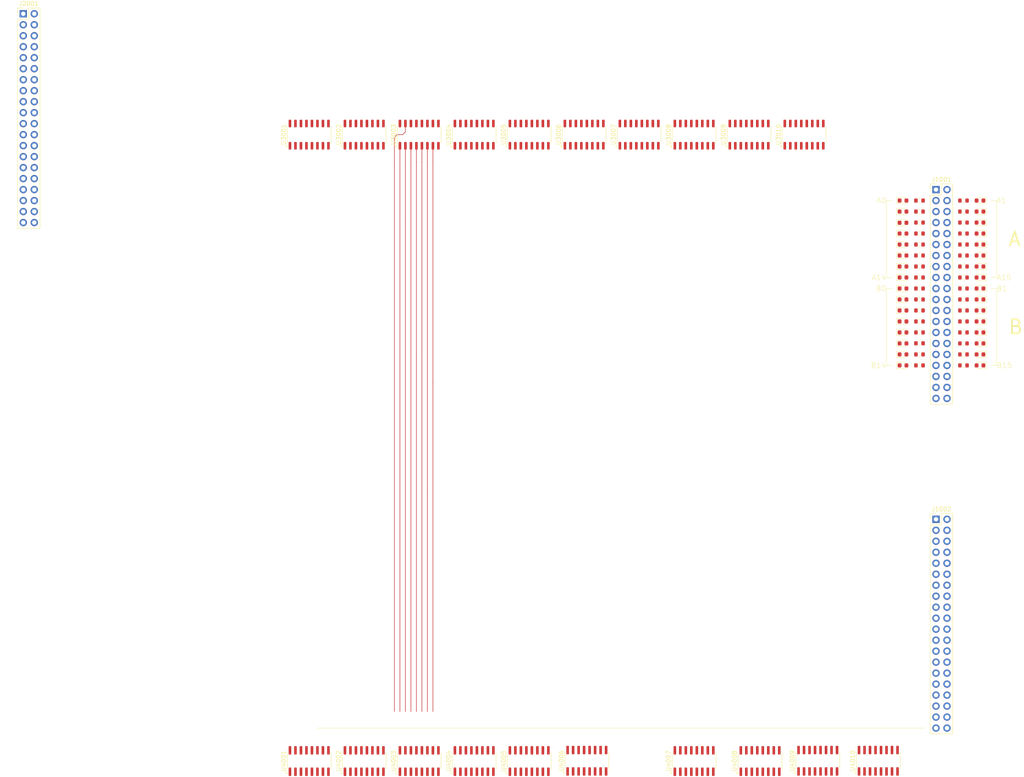
<source format=kicad_pcb>
(kicad_pcb (version 20240108) (generator "pcbnew") (generator_version "8.0")
  (layers (0 "F.Cu" signal) (31 "B.Cu" signal) (34 "B.Paste" user) (35 "F.Paste" user) (36 "B.SilkS" user "B.Silkscreen") (37 "F.SilkS" user "F.Silkscreen") (38 "B.Mask" user) (39 "F.Mask" user) (44 "Edge.Cuts" user))
  (net 0 "")
  (net 1 "Net-(D1001-A)")
  (net 2 "GND")
  (net 3 "Net-(D1002-A)")
  (net 4 "Net-(D1003-A)")
  (net 5 "Net-(D1004-A)")
  (net 6 "Net-(D1005-A)")
  (net 7 "Net-(D1006-A)")
  (net 8 "Net-(D1007-A)")
  (net 9 "Net-(D1008-A)")
  (net 10 "Net-(D1009-A)")
  (net 11 "Net-(D1010-A)")
  (net 12 "Net-(D1011-A)")
  (net 13 "Net-(D1012-A)")
  (net 14 "Net-(D1013-A)")
  (net 15 "Net-(D1014-A)")
  (net 16 "Net-(D1015-A)")
  (net 17 "Net-(D1016-A)")
  (net 18 "/A1")
  (net 19 "/A9")
  (net 20 "/A10")
  (net 21 "/A12")
  (net 22 "/A13")
  (net 24 "/A14")
  (net 25 "/A11")
  (net 27 "/A3")
  (net 29 "+5V")
  (net 30 "/A0")
  (net 31 "/A2")
  (net 32 "/A4")
  (net 34 "/A7")
  (net 35 "/A8")
  (net 36 "/A5")
  (net 38 "/A6")
  (net 40 "/A15")
  (net 56 "+3.3V")
  (net 76 "Net-(D1017-A)")
  (net 77 "Net-(D1018-A)")
  (net 78 "Net-(D1019-A)")
  (net 79 "Net-(D1020-A)")
  (net 80 "Net-(D1021-A)")
  (net 81 "Net-(D1022-A)")
  (net 82 "Net-(D1023-A)")
  (net 83 "Net-(D1024-A)")
  (net 84 "Net-(D1025-A)")
  (net 85 "Net-(D1026-A)")
  (net 86 "Net-(D1027-A)")
  (net 87 "Net-(D1028-A)")
  (net 88 "Net-(D1029-A)")
  (net 89 "Net-(D1030-A)")
  (net 90 "Net-(D1031-A)")
  (net 91 "Net-(D1032-A)")
  (net 92 "/B11")
  (net 93 "/B2")
  (net 94 "/B13")
  (net 95 "/B5")
  (net 96 "/B8")
  (net 97 "/B10")
  (net 98 "/B4")
  (net 99 "/B0")
  (net 100 "/B14")
  (net 101 "/B7")
  (net 102 "/B9")
  (net 103 "/B1")
  (net 104 "/B6")
  (net 105 "/B3")
  (net 106 "/B15")
  (net 107 "/B12")
  (net 122 "Net-(U3001-QH')")
  (net 141 "Net-(U3003-QH')")
  (net 142 "Net-(U3004-QH')")
  (net 147 "Net-(U3005-QH')")
  (net 157 "Net-(U3007-QH')")
  (net 161 "Net-(U3008-QH')")
  (net 170 "Net-(U3009-QH')")
  (net 177 "/C15")
  (net 178 "/I8")
  (net 179 "/I4")
  (net 180 "/C10")
  (net 181 "/C4")
  (net 182 "/I15")
  (net 183 "/I3")
  (net 184 "/I9")
  (net 185 "/C0")
  (net 186 "/I11")
  (net 187 "/I14")
  (net 188 "/I6")
  (net 189 "/C5")
  (net 190 "/C13")
  (net 191 "/I2")
  (net 192 "/I1")
  (net 193 "/I7")
  (net 194 "/C12")
  (net 195 "/C3")
  (net 196 "/I12")
  (net 197 "/C9")
  (net 198 "/I5")
  (net 199 "/C11")
  (net 200 "/I0")
  (net 201 "/C14")
  (net 202 "/C1")
  (net 203 "/C8")
  (net 204 "/C6")
  (net 205 "/I13")
  (net 206 "/I10")
  (net 207 "/C2")
  (net 208 "/C7")
  (net 209 "/Outputs/Cont0")
  (net 210 "/Outputs/~{A_{enable}}")
  (net 211 "/Outputs/~{B_{enable}}")
  (net 212 "/Outputs/Cont1")
  (net 213 "/Outputs/~{C_{enable}}")
  (net 215 "/Inputs/IN_{DATA}")
  (net 216 "/Inputs/~{IN_{SELECT}}")
  (net 222 "/Inputs/~{IN_{LOAD}}")
  (net 223 "/Inputs/IN_{CLK}")
  (net 226 "Net-(U4001-DS)")
  (net 228 "Net-(U4002-DS)")
  (net 231 "Net-(U4003-DS)")
  (net 232 "Net-(U4004-DS)")
  (net 243 "Net-(U4005-DS)")
  (net 253 "Net-(U4006-DS)")
  (net 254 "/Inputs/In_{18}")
  (net 256 "/Inputs/In_{16}")
  (net 257 "/Inputs/In_{17}")
  (net 258 "/Inputs/In_{23}")
  (net 259 "Net-(U4007-DS)")
  (net 260 "/Inputs/In_{21}")
  (net 261 "/Inputs/In_{22}")
  (net 262 "/Inputs/In_{19}")
  (net 263 "/Inputs/In_{20}")
  (net 265 "/Inputs/In_{8}")
  (net 266 "/Inputs/In_{12}")
  (net 267 "/Inputs/In_{13}")
  (net 268 "Net-(U4008-DS)")
  (net 269 "/Inputs/In_{10}")
  (net 270 "/Inputs/In_{11}")
  (net 271 "/Inputs/In_{9}")
  (net 272 "/Inputs/In_{14}")
  (net 273 "/Inputs/In_{15}")
  (net 274 "/Inputs/In_{4}")
  (net 275 "/Inputs/In_{3}")
  (net 276 "/Inputs/In_{1}")
  (net 277 "/Inputs/In_{0}")
  (net 279 "Net-(U4009-DS)")
  (net 280 "/Inputs/In_{2}")
  (net 281 "/Inputs/In_{5}")
  (net 282 "/Inputs/In_{6}")
  (net 283 "/Inputs/In_{7}")
  (footprint "Resistor_SMD:R_0603_1608Metric" (layer "F.Cu") (at 300.99 104.14 180)
    (property "Reference" "R1001" (hide yes))
    (property "Value" "4.7k")
  )
  (footprint "LED_SMD:LED_0603_1608Metric" (layer "F.Cu") (at 314.96 104.14 180)
    (property "Reference" "D1002" (hide yes))
    (property "Value" "White")
  )
  (footprint "LED_SMD:LED_0603_1608Metric" (layer "F.Cu") (at 314.96 116.84 180)
    (property "Reference" "D1012" (hide yes))
    (property "Value" "White")
  )
  (footprint "LED_SMD:LED_0603_1608Metric" (layer "F.Cu") (at 297.18 119.38)
    (property "Reference" "D1013" (hide yes))
    (property "Value" "White")
  )
  (footprint "Resistor_SMD:R_0603_1608Metric" (layer "F.Cu") (at 300.99 119.38 180)
    (property "Reference" "R1013" (hide yes))
    (property "Value" "4.7k")
  )
  (footprint "LED_SMD:LED_0603_1608Metric" (layer "F.Cu") (at 297.18 139.7)
    (property "Reference" "D1029" (hide yes))
    (property "Value" "White")
  )
  (footprint "LED_SMD:LED_0603_1608Metric" (layer "F.Cu") (at 297.18 129.54)
    (property "Reference" "D1021" (hide yes))
    (property "Value" "White")
  )
  (footprint "Package_SO:SOIC-16_3.9x9.9mm_P1.27mm" (layer "F.Cu") (at 224.155 233.615 90)
    (property "Reference" "U4006")
    (property "Value" "74HC165")
  )
  (footprint "Connector_PinHeader_2.54mm:PinHeader_2x20_P2.54mm_Vertical" (layer "F.Cu") (at 304.8 101.6)
    (property "Reference" "J1001")
    (property "Value" "Conn_02x20_Odd_Even")
  )
  (footprint "Package_SO:SOIC-16_3.9x9.9mm_P1.27mm" (layer "F.Cu") (at 210.82 233.68 90)
    (property "Reference" "U4005")
    (property "Value" "74HC165")
  )
  (footprint "Resistor_SMD:R_0603_1608Metric" (layer "F.Cu") (at 300.99 121.92 180)
    (property "Reference" "R1015" (hide yes))
    (property "Value" "4.7k")
  )
  (footprint "Package_SO:SOIC-16_3.9x9.9mm_P1.27mm" (layer "F.Cu") (at 198.12 233.68 90)
    (property "Reference" "U4004")
    (property "Value" "74HC165")
  )
  (footprint "Resistor_SMD:R_0603_1608Metric" (layer "F.Cu") (at 311.15 142.24)
    (property "Reference" "R1032" (hide yes))
    (property "Value" "4.7k")
  )
  (footprint "Resistor_SMD:R_0603_1608Metric" (layer "F.Cu") (at 311.15 106.68)
    (property "Reference" "R1004" (hide yes))
    (property "Value" "4.7k")
  )
  (footprint "Resistor_SMD:R_0603_1608Metric" (layer "F.Cu") (at 311.15 124.46)
    (property "Reference" "R1018" (hide yes))
    (property "Value" "4.7k")
  )
  (footprint "Package_SO:SOIC-16_3.9x9.9mm_P1.27mm" (layer "F.Cu") (at 172.72 233.68 90)
    (property "Reference" "U4002")
    (property "Value" "74HC165")
  )
  (footprint "LED_SMD:LED_0603_1608Metric" (layer "F.Cu") (at 314.96 137.16 180)
    (property "Reference" "D1028" (hide yes))
    (property "Value" "White")
  )
  (footprint "Package_SO:SOIC-16_3.9x9.9mm_P1.27mm" (layer "F.Cu") (at 277.495 233.615 90)
    (property "Reference" "U4009")
    (property "Value" "74HC165")
  )
  (footprint "Package_SO:SO-16_3.9x9.9mm_P1.27mm" (layer "F.Cu") (at 185.42 88.9 90)
    (property "Reference" "U3003")
    (property "Value" "74HC595")
  )
  (footprint "Resistor_SMD:R_0603_1608Metric" (layer "F.Cu") (at 300.99 124.46 180)
    (property "Reference" "R1017" (hide yes))
    (property "Value" "4.7k")
  )
  (footprint "LED_SMD:LED_0603_1608Metric" (layer "F.Cu") (at 297.18 124.46)
    (property "Reference" "D1017" (hide yes))
    (property "Value" "White")
  )
  (footprint "Resistor_SMD:R_0603_1608Metric" (layer "F.Cu") (at 311.15 134.62)
    (property "Reference" "R1026" (hide yes))
    (property "Value" "4.7k")
  )
  (footprint "Package_SO:SO-16_3.9x9.9mm_P1.27mm" (layer "F.Cu") (at 160.02 88.9 90)
    (property "Reference" "U3001")
    (property "Value" "74HC595")
  )
  (footprint "LED_SMD:LED_0603_1608Metric" (layer "F.Cu") (at 314.96 132.08 180)
    (property "Reference" "D1024" (hide yes))
    (property "Value" "White")
  )
  (footprint "Resistor_SMD:R_0603_1608Metric" (layer "F.Cu") (at 300.99 109.22 180)
    (property "Reference" "R1005" (hide yes))
    (property "Value" "4.7k")
  )
  (footprint "LED_SMD:LED_0603_1608Metric" (layer "F.Cu") (at 297.18 137.16)
    (property "Reference" "D1027" (hide yes))
    (property "Value" "White")
  )
  (footprint "Resistor_SMD:R_0603_1608Metric" (layer "F.Cu") (at 300.99 127 180)
    (property "Reference" "R1019" (hide yes))
    (property "Value" "4.7k")
  )
  (footprint "Resistor_SMD:R_0603_1608Metric" (layer "F.Cu") (at 300.99 111.76 180)
    (property "Reference" "R1007" (hide yes))
    (property "Value" "4.7k")
  )
  (footprint "Package_SO:SO-16_3.9x9.9mm_P1.27mm" (layer "F.Cu") (at 248.92 88.9 90)
    (property "Reference" "U3008")
    (property "Value" "74HC595")
  )
  (footprint "Resistor_SMD:R_0603_1608Metric" (layer "F.Cu") (at 311.15 132.08)
    (property "Reference" "R1024" (hide yes))
    (property "Value" "4.7k")
  )
  (footprint "Resistor_SMD:R_0603_1608Metric" (layer "F.Cu") (at 300.99 142.24 180)
    (property "Reference" "R1031" (hide yes))
    (property "Value" "4.7k")
  )
  (footprint "Resistor_SMD:R_0603_1608Metric" (layer "F.Cu") (at 300.99 116.84 180)
    (property "Reference" "R1011" (hide yes))
    (property "Value" "4.7k")
  )
  (footprint "Resistor_SMD:R_0603_1608Metric" (layer "F.Cu") (at 311.15 116.84)
    (property "Reference" "R1012" (hide yes))
    (property "Value" "4.7k")
  )
  (footprint "LED_SMD:LED_0603_1608Metric" (layer "F.Cu") (at 314.96 114.3 180)
    (property "Reference" "D1010" (hide yes))
    (property "Value" "White")
  )
  (footprint "Resistor_SMD:R_0603_1608Metric" (layer "F.Cu") (at 311.15 111.76)
    (property "Reference" "R1008" (hide yes))
    (property "Value" "4.7k")
  )
  (footprint "Package_SO:SO-16_3.9x9.9mm_P1.27mm" (layer "F.Cu") (at 210.82 88.9 90)
    (property "Reference" "U3005")
    (property "Value" "74HC595")
  )
  (footprint "LED_SMD:LED_0603_1608Metric" (layer "F.Cu") (at 314.96 142.24 180)
    (property "Reference" "D1032" (hide yes))
    (property "Value" "White")
  )
  (footprint "Connector_PinHeader_2.54mm:PinHeader_2x20_P2.54mm_Vertical" (layer "F.Cu") (at 93.98 60.96)
    (property "Reference" "J2001")
    (property "Value" "Raspberry_Pi_2_3")
  )
  (footprint "LED_SMD:LED_0603_1608Metric" (layer "F.Cu") (at 297.18 127)
    (property "Reference" "D1019" (hide yes))
    (property "Value" "White")
  )
  (footprint "Resistor_SMD:R_0603_1608Metric" (layer "F.Cu") (at 311.15 119.38)
    (property "Reference" "R1014" (hide yes))
    (property "Value" "4.7k")
  )
  (footprint "Package_SO:SO-16_3.9x9.9mm_P1.27mm" (layer "F.Cu") (at 198.12 88.9 90)
    (property "Reference" "U3004")
    (property "Value" "74HC595")
  )
  (footprint "LED_SMD:LED_0603_1608Metric" (layer "F.Cu") (at 297.18 111.76)
    (property "Reference" "D1007" (hide yes))
    (property "Value" "White")
  )
  (footprint "Resistor_SMD:R_0603_1608Metric" (layer "F.Cu") (at 311.15 137.16)
    (property "Reference" "R1028" (hide yes))
    (property "Value" "4.7k")
  )
  (footprint "Resistor_SMD:R_0603_1608Metric" (layer "F.Cu") (at 300.99 132.08 180)
    (property "Reference" "R1023" (hide yes))
    (property "Value" "4.7k")
  )
  (footprint "Resistor_SMD:R_0603_1608Metric" (layer "F.Cu") (at 311.15 104.14)
    (property "Reference" "R1002" (hide yes))
    (property "Value" "4.7k")
  )
  (footprint "Resistor_SMD:R_0603_1608Metric" (layer "F.Cu") (at 311.15 109.22)
    (property "Reference" "R1006" (hide yes))
    (property "Value" "4.7k")
  )
  (footprint "LED_SMD:LED_0603_1608Metric" (layer "F.Cu") (at 314.96 129.54 180)
    (property "Reference" "D1022" (hide yes))
    (property "Value" "White")
  )
  (footprint "LED_SMD:LED_0603_1608Metric" (layer "F.Cu") (at 297.18 109.27)
    (property "Reference" "D1005" (hide yes))
    (property "Value" "White")
  )
  (footprint "Resistor_SMD:R_0603_1608Metric" (layer "F.Cu") (at 300.99 106.68 180)
    (property "Reference" "R1003" (hide yes))
    (property "Value" "4.7k")
  )
  (footprint "LED_SMD:LED_0603_1608Metric" (layer "F.Cu") (at 297.18 106.68)
    (property "Reference" "D1003" (hide yes))
    (property "Value" "White")
  )
  (footprint "LED_SMD:LED_0603_1608Metric" (layer "F.Cu") (at 314.96 134.62 180)
    (property "Reference" "D1026" (hide yes))
    (property "Value" "White")
  )
  (footprint "Resistor_SMD:R_0603_1608Metric" (layer "F.Cu") (at 300.99 137.13 180)
    (property "Reference" "R1027" (hide yes))
    (property "Value" "4.7k")
  )
  (footprint "LED_SMD:LED_0603_1608Metric" (layer "F.Cu") (at 314.96 121.92 180)
    (property "Reference" "D1016" (hide yes))
    (property "Value" "White")
  )
  (footprint "Package_SO:SOIC-16_3.9x9.9mm_P1.27mm" (layer "F.Cu") (at 248.92 233.68 90)
    (property "Reference" "U4007")
    (property "Value" "74HC165")
  )
  (footprint "Package_SO:SOIC-16_3.9x9.9mm_P1.27mm" (layer "F.Cu") (at 264.16 233.68 90)
    (property "Reference" "U4008")
    (property "Value" "74HC165")
  )
  (footprint "Resistor_SMD:R_0603_1608Metric" (layer "F.Cu") (at 311.15 127)
    (property "Reference" "R1020" (hide yes))
    (property "Value" "4.7k")
  )
  (footprint "Resistor_SMD:R_0603_1608Metric" (layer "F.Cu") (at 311.15 139.7)
    (property "Reference" "R1030" (hide yes))
    (property "Value" "4.7k")
  )
  (footprint "Connector_PinHeader_2.54mm:PinHeader_2x20_P2.54mm_Vertical" (layer "F.Cu") (at 304.8 177.8)
    (property "Reference" "J1002")
    (property "Value" "Conn_02x20_Odd_Even")
  )
  (footprint "LED_SMD:LED_0603_1608Metric" (layer "F.Cu") (at 297.18 132.08)
    (property "Reference" "D1023" (hide yes))
    (property "Value" "White")
  )
  (footprint "Package_SO:SO-16_3.9x9.9mm_P1.27mm" (layer "F.Cu") (at 223.52 88.9 90)
    (property "Reference" "U3006")
    (property "Value" "74HC595")
  )
  (footprint "LED_SMD:LED_0603_1608Metric" (layer "F.Cu") (at 297.18 116.84)
    (property "Reference" "D1011" (hide yes))
    (property "Value" "White")
  )
  (footprint "Package_SO:SO-16_3.9x9.9mm_P1.27mm" (layer "F.Cu") (at 261.62 88.9 90)
    (property "Reference" "U3009")
    (property "Value" "74HC595")
  )
  (footprint "Package_SO:SO-16_3.9x9.9mm_P1.27mm" (layer "F.Cu") (at 274.32 88.9 90)
    (property "Reference" "U3010")
    (property "Value" "74HC595")
  )
  (footprint "Resistor_SMD:R_0603_1608Metric" (layer "F.Cu") (at 300.99 114.3 180)
    (property "Reference" "R1009" (hide yes))
    (property "Value" "4.7k")
  )
  (footprint "LED_SMD:LED_0603_1608Metric" (layer "F.Cu") (at 314.96 109.22 180)
    (property "Reference" "D1006" (hide yes))
    (property "Value" "White")
  )
  (footprint "LED_SMD:LED_0603_1608Metric" (layer "F.Cu") (at 297.18 142.24)
    (property "Reference" "D1031" (hide yes))
    (property "Value" "White")
  )
  (footprint "Resistor_SMD:R_0603_1608Metric" (layer "F.Cu") (at 311.15 114.3)
    (property "Reference" "R1010" (hide yes))
    (property "Value" "4.7k")
  )
  (footprint "Package_SO:SO-16_3.9x9.9mm_P1.27mm" (layer "F.Cu") (at 172.72 88.9 90)
    (property "Reference" "U3002")
    (property "Value" "74HC595")
  )
  (footprint "LED_SMD:LED_0603_1608Metric" (layer "F.Cu") (at 314.96 139.7 180)
    (property "Reference" "D1030" (hide yes))
    (property "Value" "White")
  )
  (footprint "LED_SMD:LED_0603_1608Metric" (layer "F.Cu") (at 297.18 114.3)
    (property "Reference" "D1009" (hide yes))
    (property "Value" "White")
  )
  (footprint "Package_SO:SOIC-16_3.9x9.9mm_P1.27mm" (layer "F.Cu") (at 185.42 233.68 90)
    (property "Reference" "U4003")
    (property "Value" "74HC165")
  )
  (footprint "Resistor_SMD:R_0603_1608Metric" (layer "F.Cu") (at 300.99 129.54 180)
    (property "Reference" "R1021" (hide yes))
    (property "Value" "4.7k")
  )
  (footprint "LED_SMD:LED_0603_1608Metric" (layer "F.Cu") (at 297.18 104.14)
    (property "Reference" "D1001" (hide yes))
    (property "Value" "White")
  )
  (footprint "Package_SO:SOIC-16_3.9x9.9mm_P1.27mm" (layer "F.Cu") (at 160.02 233.68 90)
    (property "Reference" "U4001")
    (property "Value" "74HC165")
  )
  (footprint "LED_SMD:LED_0603_1608Metric" (layer "F.Cu") (at 314.96 119.38 180)
    (property "Reference" "D1014" (hide yes))
    (property "Value" "White")
  )
  (footprint "LED_SMD:LED_0603_1608Metric" (layer "F.Cu") (at 314.96 106.68 180)
    (property "Reference" "D1004" (hide yes))
    (property "Value" "White")
  )
  (footprint "Resistor_SMD:R_0603_1608Metric" (layer "F.Cu") (at 300.99 134.62 180)
    (property "Reference" "R1025" (hide yes))
    (property "Value" "4.7k")
  )
  (footprint "Package_SO:SO-16_3.9x9.9mm_P1.27mm" (layer "F.Cu") (at 236.22 88.9 90)
    (property "Reference" "U3007")
    (property "Value" "74HC595")
  )
  (footprint "Resistor_SMD:R_0603_1608Metric" (layer "F.Cu") (at 300.99 139.7 180)
    (property "Reference" "R1029" (hide yes))
    (property "Value" "4.7k")
  )
  (footprint "LED_SMD:LED_0603_1608Metric" (layer "F.Cu") (at 314.96 124.46 180)
    (property "Reference" "D1018" (hide yes))
    (property "Value" "White")
  )
  (footprint "Package_SO:SOIC-16_3.9x9.9mm_P1.27mm" (layer "F.Cu") (at 291.465 233.615 90)
    (property "Reference" "U4010")
    (property "Value" "74HC165")
  )
  (footprint "Resistor_SMD:R_0603_1608Metric" (layer "F.Cu") (at 311.15 121.92)
    (property "Reference" "R1016" (hide yes))
    (property "Value" "4.7k")
  )
  (footprint "LED_SMD:LED_0603_1608Metric" (layer "F.Cu") (at 297.18 121.92)
    (property "Reference" "D1015" (hide yes))
    (property "Value" "White")
  )
  (footprint "LED_SMD:LED_0603_1608Metric" (layer "F.Cu") (at 297.18 134.62)
    (property "Reference" "D1025" (hide yes))
    (property "Value" "White")
  )
  (footprint "Resistor_SMD:R_0603_1608Metric" (layer "F.Cu") (at 311.15 129.54)
    (property "Reference" "R1022" (hide yes))
    (property "Value" "4.7k")
  )
  (footprint "LED_SMD:LED_0603_1608Metric" (layer "F.Cu") (at 314.96 111.76 180)
    (property "Reference" "D1008" (hide yes))
    (property "Value" "White")
  )
  (footprint "LED_SMD:LED_0603_1608Metric" (layer "F.Cu") (at 314.96 127 180)
    (property "Reference" "D1020" (hide yes))
    (property "Value" "White")
  )
  (gr_line (start 317.5 124.46) (end 318.77 124.46) (stroke (width 0.1)) (layer "F.SilkS"))
  (gr_line (start 318.77 142.24) (end 317.5 142.24) (stroke (width 0.1)) (layer "F.SilkS"))
  (gr_line (start 292.1 226.06) (end 161.925 226.06) (stroke (width 0.1)) (layer "F.SilkS"))
  (gr_line (start 294.64 142.24) (end 293.37 142.24) (stroke (width 0.1)) (layer "F.SilkS"))
  (gr_line (start 318.77 124.46) (end 318.77 142.24) (stroke (width 0.1)) (layer "F.SilkS"))
  (gr_line (start 318.77 104.14) (end 318.77 121.92) (stroke (width 0.1)) (layer "F.SilkS"))
  (gr_line (start 293.37 104.14) (end 294.64 104.14) (stroke (width 0.1)) (layer "F.SilkS"))
  (gr_line (start 317.5 104.14) (end 318.77 104.14) (stroke (width 0.1)) (layer "F.SilkS"))
  (gr_line (start 293.37 121.92) (end 293.37 104.14) (stroke (width 0.1)) (layer "F.SilkS"))
  (gr_line (start 293.37 142.24) (end 293.37 124.46) (stroke (width 0.1)) (layer "F.SilkS"))
  (gr_line (start 294.64 121.92) (end 293.37 121.92) (stroke (width 0.1)) (layer "F.SilkS"))
  (gr_line (start 302.26 226.06) (end 292.1 226.06) (stroke (width 0.1)) (layer "F.SilkS"))
  (gr_line (start 318.77 121.92) (end 317.5 121.92) (stroke (width 0.1)) (layer "F.SilkS"))
  (gr_line (start 293.37 124.46) (end 294.64 124.46) (stroke (width 0.1)) (layer "F.SilkS"))
  (gr_text "A15" (at 318.77 121.92 0) (layer "F.SilkS") (effects (font (size 1.2192 1.2192) (thickness 0.1016)) (justify left)))
  (gr_text "A1" (at 318.77 104.14 0) (layer "F.SilkS") (effects (font (size 1.2192 1.2192) (thickness 0.1016)) (justify left)))
  (gr_text "B" (at 321.31 133.35 0) (layer "F.SilkS") (effects (font (size 3.2512 3.2512) (thickness 0.4064)) (justify left)))
  (gr_text "B15" (at 318.77 142.24 0) (layer "F.SilkS") (effects (font (size 1.2192 1.2192) (thickness 0.1016)) (justify left)))
  (gr_text "A14" (at 293.37 121.92 0) (layer "F.SilkS") (effects (font (size 1.2192 1.2192) (thickness 0.1016)) (justify right)))
  (gr_text "B0" (at 293.37 124.46 0) (layer "F.SilkS") (effects (font (size 1.2192 1.2192) (thickness 0.1016)) (justify right)))
  (gr_text "B14" (at 293.37 142.24 0) (layer "F.SilkS") (effects (font (size 1.2192 1.2192) (thickness 0.1016)) (justify right)))
  (gr_text "A" (at 321.31 113.03 0) (layer "F.SilkS") (effects (font (size 3.2512 3.2512) (thickness 0.4064)) (justify left)))
  (gr_text "A0" (at 293.37 104.14 0) (layer "F.SilkS") (effects (font (size 1.2192 1.2192) (thickness 0.1016)) (justify right)))
  (gr_text "B1" (at 318.77 124.46 0) (layer "F.SilkS") (effects (font (size 1.2192 1.2192) (thickness 0.1016)) (justify left)))
  (segment (start 180.975 91.475) (end 180.975 222.25) (width 0.127) (layer "F.Cu") (net 18))
  (segment (start 183.515 91.475) (end 183.515 95.25) (width 0.127) (layer "F.Cu") (net 27))
  (segment (start 183.515 95.25) (end 183.515 222.25) (width 0.127) (layer "F.Cu") (net 27))
  (segment (start 182.245 88.265) (end 181.61 88.9) (width 0.127) (layer "F.Cu") (net 30))
  (segment (start 180.34 88.9) (end 179.705 89.535) (width 0.127) (layer "F.Cu") (net 30))
  (segment (start 181.61 88.9) (end 180.34 88.9) (width 0.127) (layer "F.Cu") (net 30))
  (segment (start 179.705 95.25) (end 179.705 222.25) (width 0.127) (layer "F.Cu") (net 30))
  (segment (start 182.245 86.325) (end 182.245 88.265) (width 0.127) (layer "F.Cu") (net 30))
  (segment (start 179.705 89.535) (end 179.705 95.25) (width 0.127) (layer "F.Cu") (net 30))
  (segment (start 182.245 91.475) (end 182.245 95.25) (width 0.127) (layer "F.Cu") (net 31))
  (segment (start 182.245 109.22) (end 182.245 222.25) (width 0.127) (layer "F.Cu") (net 31))
  (segment (start 182.245 95.25) (end 182.245 109.22) (width 0.127) (layer "F.Cu") (net 31))
  (segment (start 184.785 139.7) (end 184.785 222.25) (width 0.127) (layer "F.Cu") (net 32))
  (segment (start 184.785 91.475) (end 184.785 95.25) (width 0.127) (layer "F.Cu") (net 32))
  (segment (start 184.785 95.25) (end 184.785 139.7) (width 0.127) (layer "F.Cu") (net 32))
  (segment (start 188.595 95.25) (end 188.595 146.05) (width 0.127) (layer "F.Cu") (net 34))
  (segment (start 188.595 91.475) (end 188.595 95.25) (width 0.127) (layer "F.Cu") (net 34))
  (segment (start 188.595 146.05) (end 188.595 222.25) (width 0.127) (layer "F.Cu") (net 34))
  (segment (start 186.055 91.475) (end 186.055 95.25) (width 0.127) (layer "F.Cu") (net 36))
  (segment (start 186.055 95.25) (end 186.055 222.25) (width 0.127) (layer "F.Cu") (net 36))
  (segment (start 187.325 95.25) (end 187.325 172.085) (width 0.127) (layer "F.Cu") (net 38))
  (segment (start 187.325 172.085) (end 187.325 222.25) (width 0.127) (layer "F.Cu") (net 38))
  (segment (start 187.325 91.475) (end 187.325 95.25) (width 0.127) (layer "F.Cu") (net 38))
)
</source>
